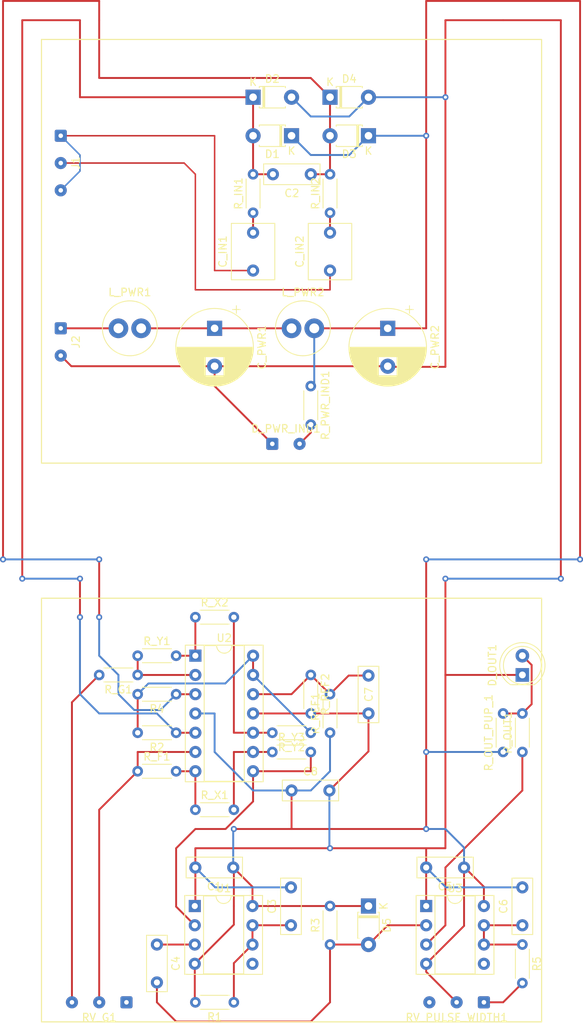
<source format=kicad_pcb>
(kicad_pcb (version 20211014) (generator pcbnew)
  (layers (0 "F.Cu" signal) (31 "B.Cu" signal) (34 "B.Paste" user) (35 "F.Paste" user) (36 "B.SilkS" user "B.Silkscreen") (37 "F.SilkS" user "F.Silkscreen") (38 "B.Mask" user) (39 "F.Mask" user) (44 "Edge.Cuts" user))
  (net 0 "")
  (net 1 "VCC")
  (net 2 "GND")
  (net 3 "Net-(C2-Pad1)")
  (net 4 "Net-(C2-Pad2)")
  (net 5 "Net-(C3-Pad1)")
  (net 6 "Net-(C4-Pad1)")
  (net 7 "Net-(C4-Pad2)")
  (net 8 "Net-(C6-Pad1)")
  (net 9 "Net-(C7-Pad2)")
  (net 10 "/AUDIO-")
  (net 11 "Net-(C_IN1-Pad2)")
  (net 12 "/AUDIO+")
  (net 13 "Net-(C_IN2-Pad2)")
  (net 14 "Net-(C_PWR1-Pad1)")
  (net 15 "Net-(D_OUT1-Pad2)")
  (net 16 "Net-(D_PWR_IND1-Pad2)")
  (net 17 "+12V")
  (net 18 "Net-(R2-Pad2)")
  (net 19 "Net-(R5-Pad2)")
  (net 21 "Net-(RV_G1-Pad2)")
  (net 22 "Net-(RV_G1-Pad3)")
  (net 24 "Net-(R_F1-Pad2)")
  (net 25 "Net-(R_G1-Pad1)")
  (net 26 "/PULSE")
  (net 27 "Net-(R_X1-Pad2)")
  (net 28 "Net-(R_X2-Pad1)")
  (net 29 "Net-(R_X2-Pad2)")
  (net 30 "/SIGNAL")
  (footprint "Capacitor_THT:C_Rect_L7.2mm_W2.5mm_P5.00mm_FKS2_FKP2_MKS2_MKP2" (layer "F.Cu") (at 81.2 134.62 180)
    (fp_text reference "C5" (at 2.5 -2.5) (layer "F.SilkS"))
    (fp_text value "100n")
    (pad "1" thru_hole circle (at 0 0 180) (size 1.6 1.6) (drill 0.8) (layers *.Cu *.Mask) (net 1 "VCC"))
    (pad "2" thru_hole circle (at 5 0 180) (size 1.6 1.6) (drill 0.8) (layers *.Cu *.Mask) (net 2 "GND"))
  )
  (footprint "Capacitor_THT:C_Rect_L7.2mm_W2.5mm_P5.00mm_FKS2_FKP2_MKS2_MKP2" (layer "F.Cu") (at 68.58 114.3 90)
    (fp_text reference "C7" (at 2.5 0.04 90) (layer "F.SilkS"))
    (fp_text value "100n")
    (pad "1" thru_hole circle (at 0 0 90) (size 1.6 1.6) (drill 0.8) (layers *.Cu *.Mask) (net 2 "GND"))
    (pad "2" thru_hole circle (at 5 0 90) (size 1.6 1.6) (drill 0.8) (layers *.Cu *.Mask) (net 9 "Net-(C7-Pad2)"))
  )
  (footprint "Resistor_THT:R_Axial_DIN0204_L3.6mm_D1.6mm_P5.08mm_Horizontal" (layer "F.Cu") (at 60.96 71.12 -90)
    (fp_text reference "R_PWR_IND1" (at 2.54 -1.92 90) (layer "F.SilkS"))
    (fp_text value "1k")
    (pad "1" thru_hole circle (at 0 0 270) (size 1.4 1.4) (drill 0.7) (layers *.Cu *.Mask) (net 1 "VCC"))
    (pad "2" thru_hole oval (at 5.08 0 270) (size 1.4 1.4) (drill 0.7) (layers *.Cu *.Mask) (net 16 "Net-(D_PWR_IND1-Pad2)"))
  )
  (footprint "Resistor_THT:R_Axial_DIN0204_L3.6mm_D1.6mm_P5.08mm_Horizontal" (layer "F.Cu") (at 53.34 48.26 90)
    (fp_text reference "R_IN1" (at 2.54 -1.92 90) (layer "F.SilkS"))
    (fp_text value "10k")
    (pad "1" thru_hole circle (at 0 0 90) (size 1.4 1.4) (drill 0.7) (layers *.Cu *.Mask) (net 11 "Net-(C_IN1-Pad2)"))
    (pad "2" thru_hole oval (at 5.08 0 90) (size 1.4 1.4) (drill 0.7) (layers *.Cu *.Mask) (net 4 "Net-(C2-Pad2)"))
  )
  (footprint "Resistor_THT:R_Axial_DIN0204_L3.6mm_D1.6mm_P5.08mm_Horizontal" (layer "F.Cu") (at 38.1 106.685)
    (fp_text reference "R_Y1" (at 2.54 -1.92) (layer "F.SilkS"))
    (fp_text value "1k")
    (pad "1" thru_hole circle (at 0 0) (size 1.4 1.4) (drill 0.7) (layers *.Cu *.Mask) (net 25 "Net-(R_G1-Pad1)"))
    (pad "2" thru_hole oval (at 5.08 0) (size 1.4 1.4) (drill 0.7) (layers *.Cu *.Mask) (net 28 "Net-(R_X2-Pad1)"))
  )
  (footprint "Resistor_THT:R_Axial_DIN0204_L3.6mm_D1.6mm_P5.08mm_Horizontal" (layer "F.Cu") (at 88.9 119.38 90)
    (fp_text reference "R_OUT1" (at 2.54 -1.92 90) (layer "F.SilkS"))
    (fp_text value "1k")
    (pad "1" thru_hole circle (at 0 0 90) (size 1.4 1.4) (drill 0.7) (layers *.Cu *.Mask) (net 26 "/PULSE"))
    (pad "2" thru_hole oval (at 5.08 0 90) (size 1.4 1.4) (drill 0.7) (layers *.Cu *.Mask) (net 15 "Net-(D_OUT1-Pad2)"))
  )
  (footprint "Package_DIP:DIP-14_W7.62mm_Socket" (layer "F.Cu") (at 45.72 106.68)
    (fp_text reference "U2" (at 3.81 -2.33) (layer "F.SilkS"))
    (fp_text value "TLC274")
    (pad "1" thru_hole rect (at 0 0) (size 1.6 1.6) (drill 0.8) (layers *.Cu *.Mask) (net 28 "Net-(R_X2-Pad1)"))
    (pad "2" thru_hole oval (at 0 2.54) (size 1.6 1.6) (drill 0.8) (layers *.Cu *.Mask) (net 25 "Net-(R_G1-Pad1)"))
    (pad "3" thru_hole oval (at 0 5.08) (size 1.6 1.6) (drill 0.8) (layers *.Cu *.Mask) (net 3 "Net-(C2-Pad1)"))
    (pad "4" thru_hole oval (at 0 7.62) (size 1.6 1.6) (drill 0.8) (layers *.Cu *.Mask) (net 1 "VCC"))
    (pad "5" thru_hole oval (at 0 10.16) (size 1.6 1.6) (drill 0.8) (layers *.Cu *.Mask) (net 4 "Net-(C2-Pad2)"))
    (pad "6" thru_hole oval (at 0 12.7) (size 1.6 1.6) (drill 0.8) (layers *.Cu *.Mask) (net 21 "Net-(RV_G1-Pad2)"))
    (pad "7" thru_hole oval (at 0 15.24) (size 1.6 1.6) (drill 0.8) (layers *.Cu *.Mask) (net 24 "Net-(R_F1-Pad2)"))
    (pad "8" thru_hole oval (at 7.62 15.24) (size 1.6 1.6) (drill 0.8) (layers *.Cu *.Mask) (net 30 "/SIGNAL"))
    (pad "9" thru_hole oval (at 7.62 12.7) (size 1.6 1.6) (drill 0.8) (layers *.Cu *.Mask) (net 27 "Net-(R_X1-Pad2)"))
    (pad "10" thru_hole oval (at 7.62 10.16) (size 1.6 1.6) (drill 0.8) (layers *.Cu *.Mask) (net 29 "Net-(R_X2-Pad2)"))
    (pad "11" thru_hole oval (at 7.62 7.62) (size 1.6 1.6) (drill 0.8) (layers *.Cu *.Mask) (net 2 "GND"))
    (pad "12" thru_hole oval (at 7.62 5.08) (size 1.6 1.6) (drill 0.8) (layers *.Cu *.Mask) (net 9 "Net-(C7-Pad2)"))
    (pad "13" thru_hole oval (at 7.62 2.54) (size 1.6 1.6) (drill 0.8) (layers *.Cu *.Mask) (net 18 "Net-(R2-Pad2)"))
    (pad "14" thru_hole oval (at 7.62 0) (size 1.6 1.6) (drill 0.8) (layers *.Cu *.Mask) (net 18 "Net-(R2-Pad2)"))
  )
  (footprint "Capacitor_THT:C_Rect_L7.2mm_W2.5mm_P5.00mm_FKS2_FKP2_MKS2_MKP2" (layer "F.Cu") (at 60.96 43.18 180)
    (fp_text reference "C2" (at 2.5 -2.5) (layer "F.SilkS"))
    (fp_text value "1n")
    (pad "1" thru_hole circle (at 0 0 180) (size 1.6 1.6) (drill 0.8) (layers *.Cu *.Mask) (net 3 "Net-(C2-Pad1)"))
    (pad "2" thru_hole circle (at 5 0 180) (size 1.6 1.6) (drill 0.8) (layers *.Cu *.Mask) (net 4 "Net-(C2-Pad2)"))
  )
  (footprint "Resistor_THT:R_Axial_DIN0204_L3.6mm_D1.6mm_P5.08mm_Horizontal" (layer "F.Cu") (at 86.36 119.38 90)
    (fp_text reference "R_OUT_PUP_1" (at 2.54 -1.92 90) (layer "F.SilkS"))
    (fp_text value "10k")
    (pad "1" thru_hole circle (at 0 0 90) (size 1.4 1.4) (drill 0.7) (layers *.Cu *.Mask) (net 1 "VCC"))
    (pad "2" thru_hole oval (at 5.08 0 90) (size 1.4 1.4) (drill 0.7) (layers *.Cu *.Mask) (net 15 "Net-(D_OUT1-Pad2)"))
  )
  (footprint "Resistor_THT:R_Axial_DIN0204_L3.6mm_D1.6mm_P5.08mm_Horizontal" (layer "F.Cu") (at 60.96 116.845 180)
    (fp_text reference "R_Y2" (at 2.54 -1.92) (layer "F.SilkS"))
    (fp_text value "1k")
    (pad "1" thru_hole circle (at 0 0 180) (size 1.4 1.4) (drill 0.7) (layers *.Cu *.Mask) (net 18 "Net-(R2-Pad2)"))
    (pad "2" thru_hole oval (at 5.08 0 180) (size 1.4 1.4) (drill 0.7) (layers *.Cu *.Mask) (net 29 "Net-(R_X2-Pad2)"))
  )
  (footprint "Resistor_THT:R_Axial_DIN0204_L3.6mm_D1.6mm_P5.08mm_Horizontal" (layer "F.Cu") (at 43.18 116.845 180)
    (fp_text reference "R2" (at 2.54 -1.92) (layer "F.SilkS"))
    (fp_text value "100k")
    (pad "1" thru_hole circle (at 0 0 180) (size 1.4 1.4) (drill 0.7) (layers *.Cu *.Mask) (net 4 "Net-(C2-Pad2)"))
    (pad "2" thru_hole oval (at 5.08 0 180) (size 1.4 1.4) (drill 0.7) (layers *.Cu *.Mask) (net 18 "Net-(R2-Pad2)"))
  )
  (footprint "Package_DIP:DIP-8_W7.62mm_Socket" (layer "F.Cu") (at 76.2 139.7)
    (fp_text reference "U3" (at 3.81 -2.33) (layer "F.SilkS"))
    (fp_text value "ICM7555xP")
    (pad "1" thru_hole rect (at 0 0) (size 1.6 1.6) (drill 0.8) (layers *.Cu *.Mask) (net 2 "GND"))
    (pad "2" thru_hole oval (at 0 2.54) (size 1.6 1.6) (drill 0.8) (layers *.Cu *.Mask) (net 7 "Net-(C4-Pad2)"))
    (pad "3" thru_hole oval (at 0 5.08) (size 1.6 1.6) (drill 0.8) (layers *.Cu *.Mask) (net 26 "/PULSE"))
    (pad "4" thru_hole oval (at 0 7.62) (size 1.6 1.6) (drill 0.8) (layers *.Cu *.Mask) (net 1 "VCC"))
    (pad "5" thru_hole oval (at 7.62 7.62) (size 1.6 1.6) (drill 0.8) (layers *.Cu *.Mask))
    (pad "6" thru_hole oval (at 7.62 5.08) (size 1.6 1.6) (drill 0.8) (layers *.Cu *.Mask) (net 8 "Net-(C6-Pad1)"))
    (pad "7" thru_hole oval (at 7.62 2.54) (size 1.6 1.6) (drill 0.8) (layers *.Cu *.Mask) (net 8 "Net-(C6-Pad1)"))
    (pad "8" thru_hole oval (at 7.62 0) (size 1.6 1.6) (drill 0.8) (layers *.Cu *.Mask) (net 1 "VCC"))
  )
  (footprint "Package_DIP:DIP-8_W7.62mm_Socket" (layer "F.Cu") (at 45.64 139.7)
    (fp_text reference "U1" (at 3.81 -2.33) (layer "F.SilkS"))
    (fp_text value "ICM7555xP")
    (pad "1" thru_hole rect (at 0 0) (size 1.6 1.6) (drill 0.8) (layers *.Cu *.Mask) (net 2 "GND"))
    (pad "2" thru_hole oval (at 0 2.54) (size 1.6 1.6) (drill 0.8) (layers *.Cu *.Mask) (net 30 "/SIGNAL"))
    (pad "3" thru_hole oval (at 0 5.08) (size 1.6 1.6) (drill 0.8) (layers *.Cu *.Mask) (net 6 "Net-(C4-Pad1)"))
    (pad "4" thru_hole oval (at 0 7.62) (size 1.6 1.6) (drill 0.8) (layers *.Cu *.Mask) (net 1 "VCC"))
    (pad "5" thru_hole oval (at 7.62 7.62) (size 1.6 1.6) (drill 0.8) (layers *.Cu *.Mask))
    (pad "6" thru_hole oval (at 7.62 5.08) (size 1.6 1.6) (drill 0.8) (layers *.Cu *.Mask) (net 5 "Net-(C3-Pad1)"))
    (pad "7" thru_hole oval (at 7.62 2.54) (size 1.6 1.6) (drill 0.8) (layers *.Cu *.Mask) (net 5 "Net-(C3-Pad1)"))
    (pad "8" thru_hole oval (at 7.62 0) (size 1.6 1.6) (drill 0.8) (layers *.Cu *.Mask) (net 1 "VCC"))
  )
  (footprint "Diode_THT:D_T-1_P5.08mm_Horizontal" (layer "F.Cu") (at 68.58 38.1 180)
    (fp_text reference "D3" (at 2.54 -2.42) (layer "F.SilkS"))
    (fp_text value "1N4148")
    (fp_text user "K" (at 0 -2) (layer "F.SilkS"))
    (pad "1" thru_hole rect (at 0 0 180) (size 2 2) (drill 1) (layers *.Cu *.Mask) (net 1 "VCC"))
    (pad "2" thru_hole oval (at 5.08 0 180) (size 2 2) (drill 1) (layers *.Cu *.Mask) (net 3 "Net-(C2-Pad1)"))
  )
  (footprint "Inductor_THT:L_Radial_D7.0mm_P3.00mm" (layer "F.Cu") (at 35.56 63.5)
    (fp_text reference "L_PWR1" (at 1.5 -4.75) (layer "F.SilkS"))
    (fp_text value "2.2m")
    (pad "1" thru_hole circle (at 0 0) (size 2.6 2.6) (drill 1.3) (layers *.Cu *.Mask) (net 17 "+12V"))
    (pad "2" thru_hole circle (at 3 0) (size 2.6 2.6) (drill 1.3) (layers *.Cu *.Mask) (net 14 "Net-(C_PWR1-Pad1)"))
  )
  (footprint "Resistor_THT:R_Axial_DIN0204_L3.6mm_D1.6mm_P5.08mm_Horizontal" (layer "F.Cu") (at 45.72 101.6)
    (fp_text reference "R_X2" (at 2.54 -1.92) (layer "F.SilkS"))
    (fp_text value "100")
    (pad "1" thru_hole circle (at 0 0) (size 1.4 1.4) (drill 0.7) (layers *.Cu *.Mask) (net 28 "Net-(R_X2-Pad1)"))
    (pad "2" thru_hole oval (at 5.08 0) (size 1.4 1.4) (drill 0.7) (layers *.Cu *.Mask) (net 29 "Net-(R_X2-Pad2)"))
  )
  (footprint "Diode_THT:D_T-1_P5.08mm_Horizontal" (layer "F.Cu") (at 53.34 33.02)
    (fp_text reference "D2" (at 2.54 -2.42) (layer "F.SilkS"))
    (fp_text value "1N4148")
    (fp_text user "K" (at 0 -2) (layer "F.SilkS"))
    (pad "1" thru_hole rect (at 0 0) (size 2 2) (drill 1) (layers *.Cu *.Mask) (net 4 "Net-(C2-Pad2)"))
    (pad "2" thru_hole oval (at 5.08 0) (size 2 2) (drill 1) (layers *.Cu *.Mask) (net 2 "GND"))
  )
  (footprint "Resistor_THT:R_Axial_DIN0204_L3.6mm_D1.6mm_P5.08mm_Horizontal" (layer "F.Cu") (at 60.96 109.22 -90)
    (fp_text reference "R_REF2" (at 2.54 -1.92 90) (layer "F.SilkS"))
    (fp_text value "10k")
    (pad "1" thru_hole circle (at 0 0 270) (size 1.4 1.4) (drill 0.7) (layers *.Cu *.Mask) (net 9 "Net-(C7-Pad2)"))
    (pad "2" thru_hole oval (at 5.08 0 270) (size 1.4 1.4) (drill 0.7) (layers *.Cu *.Mask) (net 2 "GND"))
  )
  (footprint "Capacitor_THT:C_Rect_L7.2mm_W2.5mm_P5.00mm_FKS2_FKP2_MKS2_MKP2" (layer "F.Cu") (at 40.64 144.78 -90)
    (fp_text reference "C4" (at 2.5 -2.5 90) (layer "F.SilkS"))
    (fp_text value "1n")
    (pad "1" thru_hole circle (at 0 0 270) (size 1.6 1.6) (drill 0.8) (layers *.Cu *.Mask) (net 6 "Net-(C4-Pad1)"))
    (pad "2" thru_hole circle (at 5 0 270) (size 1.6 1.6) (drill 0.8) (layers *.Cu *.Mask) (net 7 "Net-(C4-Pad2)"))
  )
  (footprint "Capacitor_THT:C_Rect_L7.2mm_W2.5mm_P5.00mm_FKS2_FKP2_MKS2_MKP2" (layer "F.Cu") (at 58.34 142.24 90)
    (fp_text reference "C3" (at 2.5 -2.5 90) (layer "F.SilkS"))
    (fp_text value "1n")
    (pad "1" thru_hole circle (at 0 0 90) (size 1.6 1.6) (drill 0.8) (layers *.Cu *.Mask) (net 5 "Net-(C3-Pad1)"))
    (pad "2" thru_hole circle (at 5 0 90) (size 1.6 1.6) (drill 0.8) (layers *.Cu *.Mask) (net 2 "GND"))
  )
  (footprint "Diode_THT:D_T-1_P5.08mm_Horizontal" (layer "F.Cu") (at 68.58 139.7 -90)
    (fp_text reference "D5" (at 2.54 -2.42 -90) (layer "F.SilkS"))
    (fp_text value "1N4148")
    (fp_text user "K" (at 0 -2 -90) (layer "F.SilkS"))
    (pad "1" thru_hole rect (at 0 0 270) (size 2 2) (drill 1) (layers *.Cu *.Mask) (net 1 "VCC"))
    (pad "2" thru_hole oval (at 5.08 0 270) (size 2 2) (drill 1) (layers *.Cu *.Mask) (net 7 "Net-(C4-Pad2)"))
  )
  (footprint "Resistor_THT:R_Axial_DIN0204_L3.6mm_D1.6mm_P5.08mm_Horizontal" (layer "F.Cu") (at 63.5 144.78 90)
    (fp_text reference "R3" (at 2.54 -1.92 90) (layer "F.SilkS"))
    (fp_text value "1k")
    (pad "1" thru_hole circle (at 0 0 90) (size 1.4 1.4) (drill 0.7) (layers *.Cu *.Mask) (net 7 "Net-(C4-Pad2)"))
    (pad "2" thru_hole oval (at 5.08 0 90) (size 1.4 1.4) (drill 0.7) (layers *.Cu *.Mask) (net 1 "VCC"))
  )
  (footprint "Connector_Wire:SolderWire-0.1sqmm_1x03_P3.6mm_D0.4mm_OD1mm" (layer "F.Cu") (at 83.82 152.4 180)
    (fp_text reference "RV_PULSE_WIDTH1" (at 3.6 -2) (layer "F.SilkS"))
    (fp_text value "10k")
    (pad "1" thru_hole roundrect (at 0 0 180) (size 1.6 1.6) (drill 0.6) (layers *.Cu *.Mask) (roundrect_rratio 0.15625) (net 19 "Net-(R5-Pad2)"))
    (pad "2" thru_hole circle (at 3.6 0 180) (size 1.6 1.6) (drill 0.6) (layers *.Cu *.Mask) (net 1 "VCC"))
    (pad "3" thru_hole circle (at 7.2 0 180) (size 1.6 1.6) (drill 0.6) (layers *.Cu *.Mask))
  )
  (footprint "Resistor_THT:R_Axial_DIN0204_L3.6mm_D1.6mm_P5.08mm_Horizontal" (layer "F.Cu") (at 38.1 109.225 180)
    (fp_text reference "R_G1" (at 2.54 -1.92) (layer "F.SilkS"))
    (fp_text value "100")
    (pad "1" thru_hole circle (at 0 0 180) (size 1.4 1.4) (drill 0.7) (layers *.Cu *.Mask) (net 25 "Net-(R_G1-Pad1)"))
    (pad "2" thru_hole oval (at 5.08 0 180) (size 1.4 1.4) (drill 0.7) (layers *.Cu *.Mask) (net 22 "Net-(RV_G1-Pad3)"))
  )
  (footprint "Capacitor_THT:C_Rect_L7.2mm_W5.5mm_P5.00mm_FKS2_FKP2_MKS2_MKP2" (layer "F.Cu") (at 53.34 55.88 90)
    (fp_text reference "C_IN1" (at 2.5 -4 90) (layer "F.SilkS"))
    (fp_text value "1u")
    (pad "1" thru_hole circle (at 0 0 90) (size 1.6 1.6) (drill 0.8) (layers *.Cu *.Mask) (net 10 "/AUDIO-"))
    (pad "2" thru_hole circle (at 5 0 90) (size 1.6 1.6) (drill 0.8) (layers *.Cu *.Mask) (net 11 "Net-(C_IN1-Pad2)"))
  )
  (footprint "Diode_THT:D_T-1_P5.08mm_Horizontal" (layer "F.Cu") (at 58.42 38.1 180)
    (fp_text reference "D1" (at 2.54 -2.42) (layer "F.SilkS"))
    (fp_text value "1N4148")
    (fp_text user "K" (at 0 -2) (layer "F.SilkS"))
    (pad "1" thru_hole rect (at 0 0 180) (size 2 2) (drill 1) (layers *.Cu *.Mask) (net 1 "VCC"))
    (pad "2" thru_hole oval (at 5.08 0 180) (size 2 2) (drill 1) (layers *.Cu *.Mask) (net 4 "Net-(C2-Pad2)"))
  )
  (footprint "Capacitor_THT:CP_Radial_D10.0mm_P5.00mm" (layer "F.Cu") (at 71.12 63.5 -90)
    (fp_text reference "C_PWR2" (at 2.5 -6.25 90) (layer "F.SilkS"))
    (fp_text value "2200u")
    (pad "1" thru_hole rect (at 0 0 270) (size 2 2) (drill 1) (layers *.Cu *.Mask) (net 1 "VCC"))
    (pad "2" thru_hole circle (at 5 0 270) (size 2 2) (drill 1) (layers *.Cu *.Mask) (net 2 "GND"))
  )
  (footprint "Capacitor_THT:C_Rect_L7.2mm_W5.5mm_P5.00mm_FKS2_FKP2_MKS2_MKP2" (layer "F.Cu") (at 63.5 55.88 90)
    (fp_text reference "C_IN2" (at 2.5 -4 90) (layer "F.SilkS"))
    (fp_text value "1u")
    (pad "1" thru_hole circle (at 0 0 90) (size 1.6 1.6) (drill 0.8) (layers *.Cu *.Mask) (net 12 "/AUDIO+"))
    (pad "2" thru_hole circle (at 5 0 90) (size 1.6 1.6) (drill 0.8) (layers *.Cu *.Mask) (net 13 "Net-(C_IN2-Pad2)"))
  )
  (footprint "Connector_Wire:SolderWire-0.1sqmm_1x03_P3.6mm_D0.4mm_OD1mm" (layer "F.Cu") (at 36.62 152.4 180)
    (fp_text reference "RV_G1" (at 3.6 -2) (layer "F.SilkS"))
    (fp_text value "1k")
    (pad "1" thru_hole roundrect (at 0 0 180) (size 1.6 1.6) (drill 0.6) (layers *.Cu *.Mask) (roundrect_rratio 0.15625))
    (pad "2" thru_hole circle (at 3.6 0 180) (size 1.6 1.6) (drill 0.6) (layers *.Cu *.Mask) (net 21 "Net-(RV_G1-Pad2)"))
    (pad "3" thru_hole circle (at 7.2 0 180) (size 1.6 1.6) (drill 0.6) (layers *.Cu *.Mask) (net 22 "Net-(RV_G1-Pad3)"))
  )
  (footprint "Capacitor_THT:C_Rect_L7.2mm_W2.5mm_P5.00mm_FKS2_FKP2_MKS2_MKP2" (layer "F.Cu") (at 88.9 142.24 90)
    (fp_text reference "C6" (at 2.5 -2.5 90) (layer "F.SilkS"))
    (fp_text value "1n")
    (pad "1" thru_hole circle (at 0 0 90) (size 1.6 1.6) (drill 0.8) (layers *.Cu *.Mask) (net 8 "Net-(C6-Pad1)"))
    (pad "2" thru_hole circle (at 5 0 90) (size 1.6 1.6) (drill 0.8) (layers *.Cu *.Mask) (net 2 "GND"))
  )
  (footprint "Resistor_THT:R_Axial_DIN0204_L3.6mm_D1.6mm_P5.08mm_Horizontal" (layer "F.Cu") (at 88.9 144.78 -90)
    (fp_text reference "R5" (at 2.54 -1.92 90) (layer "F.SilkS"))
    (fp_text value "1k")
    (pad "1" thru_hole circle (at 0 0 270) (size 1.4 1.4) (drill 0.7) (layers *.Cu *.Mask) (net 8 "Net-(C6-Pad1)"))
    (pad "2" thru_hole oval (at 5.08 0 270) (size 1.4 1.4) (drill 0.7) (layers *.Cu *.Mask) (net 19 "Net-(R5-Pad2)"))
  )
  (footprint "Resistor_THT:R_Axial_DIN0204_L3.6mm_D1.6mm_P5.08mm_Horizontal" (layer "F.Cu") (at 43.18 111.765 180)
    (fp_text reference "R4" (at 2.54 -1.92) (layer "F.SilkS"))
    (fp_text value "100k")
    (pad "1" thru_hole circle (at 0 0 180) (size 1.4 1.4) (drill 0.7) (layers *.Cu *.Mask) (net 3 "Net-(C2-Pad1)"))
    (pad "2" thru_hole oval (at 5.08 0 180) (size 1.4 1.4) (drill 0.7) (layers *.Cu *.Mask) (net 18 "Net-(R2-Pad2)"))
  )
  (footprint "Resistor_THT:R_Axial_DIN0204_L3.6mm_D1.6mm_P5.08mm_Horizontal" (layer "F.Cu") (at 45.72 127)
    (fp_text reference "R_X1" (at 2.54 -1.92) (layer "F.SilkS"))
    (fp_text value "100")
    (pad "1" thru_hole circle (at 0 0) (size 1.4 1.4) (drill 0.7) (layers *.Cu *.Mask) (net 24 "Net-(R_F1-Pad2)"))
    (pad "2" thru_hole oval (at 5.08 0) (size 1.4 1.4) (drill 0.7) (layers *.Cu *.Mask) (net 27 "Net-(R_X1-Pad2)"))
  )
  (footprint "Capacitor_THT:CP_Radial_D10.0mm_P5.00mm" (layer "F.Cu") (at 48.26 63.5 -90)
    (fp_text reference "C_PWR1" (at 2.5 -6.25 90) (layer "F.SilkS"))
    (fp_text value "2200u")
    (pad "1" thru_hole rect (at 0 0 270) (size 2 2) (drill 1) (layers *.Cu *.Mask) (net 14 "Net-(C_PWR1-Pad1)"))
    (pad "2" thru_hole circle (at 5 0 270) (size 2 2) (drill 1) (layers *.Cu *.Mask) (net 2 "GND"))
  )
  (footprint "Inductor_THT:L_Radial_D7.0mm_P3.00mm" (layer "F.Cu") (at 58.42 63.5)
    (fp_text reference "L_PWR2" (at 1.5 -4.75) (layer "F.SilkS"))
    (fp_text value "2.2m")
    (pad "1" thru_hole circle (at 0 0) (size 2.6 2.6) (drill 1.3) (layers *.Cu *.Mask) (net 14 "Net-(C_PWR1-Pad1)"))
    (pad "2" thru_hole circle (at 3 0) (size 2.6 2.6) (drill 1.3) (layers *.Cu *.Mask) (net 1 "VCC"))
  )
  (footprint "Resistor_THT:R_Axial_DIN0204_L3.6mm_D1.6mm_P5.08mm_Horizontal" (layer "F.Cu") (at 50.8 152.4 180)
    (fp_text reference "R1" (at 2.54 -1.92) (layer "F.SilkS"))
    (fp_text value "100k")
    (pad "1" thru_hole circle (at 0 0 180) (size 1.4 1.4) (drill 0.7) (layers *.Cu *.Mask) (net 5 "Net-(C3-Pad1)"))
    (pad "2" thru_hole oval (at 5.08 0 180) (size 1.4 1.4) (drill 0.7) (layers *.Cu *.Mask) (net 1 "VCC"))
  )
  (footprint "Connector_Wire:SolderWire-0.1sqmm_1x02_P3.6mm_D0.4mm_OD1mm" (layer "F.Cu") (at 27.94 63.5 -90)
    (fp_text reference "J2" (at 1.8 -2 90) (layer "F.SilkS"))
    (fp_text value "Barrel_Jack")
    (pad "1" thru_hole roundrect (at 0 0 270) (size 1.6 1.6) (drill 0.6) (layers *.Cu *.Mask) (roundrect_rratio 0.15625) (net 17 "+12V"))
    (pad "2" thru_hole circle (at 3.6 0 270) (size 1.6 1.6) (drill 0.6) (layers *.Cu *.Mask) (net 2 "GND"))
  )
  (footprint "Diode_THT:D_T-1_P5.08mm_Horizontal" (layer "F.Cu") (at 63.5 33.02)
    (fp_text reference "D4" (at 2.54 -2.42) (layer "F.SilkS"))
    (fp_text value "1N4148")
    (fp_text user "K" (at 0 -2) (layer "F.SilkS"))
    (pad "1" thru_hole rect (at 0 0) (size 2 2) (drill 1) (layers *.Cu *.Mask) (net 3 "Net-(C2-Pad1)"))
    (pad "2" thru_hole oval (at 5.08 0) (size 2 2) (drill 1) (layers *.Cu *.Mask) (net 2 "GND"))
  )
  (footprint "Resistor_THT:R_Axial_DIN0204_L3.6mm_D1.6mm_P5.08mm_Horizontal" (layer "F.Cu") (at 38.1 121.925)
    (fp_text reference "R_F1" (at 2.54 -1.92) (layer "F.SilkS"))
    (fp_text value "1k")
    (pad "1" thru_hole circle (at 0 0) (size 1.4 1.4) (drill 0.7) (layers *.Cu *.Mask) (net 21 "Net-(RV_G1-Pad2)"))
    (pad "2" thru_hole oval (at 5.08 0) (size 1.4 1.4) (drill 0.7) (layers *.Cu *.Mask) (net 24 "Net-(R_F1-Pad2)"))
  )
  (footprint "Resistor_THT:R_Axial_DIN0204_L3.6mm_D1.6mm_P5.08mm_Horizontal" (layer "F.Cu") (at 55.88 119.385)
    (fp_text reference "R_Y3" (at 2.54 -1.92) (layer "F.SilkS"))
    (fp_text value "1k")
    (pad "1" thru_hole circle (at 0 0) (size 1.4 1.4) (drill 0.7) (layers *.Cu *.Mask) (net 27 "Net-(R_X1-Pad2)"))
    (pad "2" thru_hole oval (at 5.08 0) (size 1.4 1.4) (drill 0.7) (layers *.Cu *.Mask) (net 30 "/SIGNAL"))
  )
  (footprint "Connector_Wire:SolderWire-0.1sqmm_1x03_P3.6mm_D0.4mm_OD1mm" (layer "F.Cu") (at 27.94 38.1 -90)
    (fp_text reference "J1" (at 3.6 -2 90) (layer "F.SilkS"))
    (fp_text value "AudioJack2_SwitchT")
    (pad "1" thru_hole roundrect (at 0 0 270) (size 1.6 1.6) (drill 0.6) (layers *.Cu *.Mask) (roundrect_rratio 0.15625) (net 10 "/AUDIO-"))
    (pad "2" thru_hole circle (at 3.6 0 270) (size 1.6 1.6) (drill 0.6) (layers *.Cu *.Mask) (net 12 "/AUDIO+"))
    (pad "3" thru_hole circle (at 7.2 0 270) (size 1.6 1.6) (drill 0.6) (layers *.Cu *.Mask) (net 10 "/AUDIO-"))
  )
  (footprint "Capacitor_THT:C_Rect_L7.2mm_W2.5mm_P5.00mm_FKS2_FKP2_MKS2_MKP2" (layer "F.Cu") (at 58.42 124.46)
    (fp_text reference "C8" (at 2.5 -2.5) (layer "F.SilkS"))
    (fp_text value "100n")
    (pad "1" thru_hole circle (at 0 0) (size 1.6 1.6) (drill 0.8) (layers *.Cu *.Mask) (net 1 "VCC"))
    (pad "2" thru_hole circle (at 5 0) (size 1.6 1.6) (drill 0.8) (layers *.Cu *.Mask) (net 2 "GND"))
  )
  (footprint "LED_THT:LED_D5.0mm" (layer "F.Cu") (at 88.9 109.22 90)
    (fp_text reference "D_OUT1" (at 1.27 -3.96 90) (layer "F.SilkS"))
    (fp_text value "LED")
    (pad "1" thru_hole rect (at 0 0 90) (size 1.8 1.8) (drill 0.9) (layers *.Cu *.Mask) (net 2 "GND"))
    (pad "2" thru_hole circle (at 2.54 0 90) (size 1.8 1.8) (drill 0.9) (layers *.Cu *.Mask) (net 15 "Net-(D_OUT1-Pad2)"))
  )
  (footprint "Resistor_THT:R_Axial_DIN0204_L3.6mm_D1.6mm_P5.08mm_Horizontal" (layer "F.Cu") (at 63.5 48.26 90)
    (fp_text reference "R_IN2" (at 2.54 -1.92 90) (layer "F.SilkS"))
    (fp_text value "10k")
    (pad "1" thru_hole circle (at 0 0 90) (size 1.4 1.4) (drill 0.7) (layers *.Cu *.Mask) (net 13 "Net-(C_IN2-Pad2)"))
    (pad "2" thru_hole oval (at 5.08 0 90) (size 1.4 1.4) (drill 0.7) (layers *.Cu *.Mask) (net 3 "Net-(C2-Pad1)"))
  )
  (footprint "Capacitor_THT:C_Rect_L7.2mm_W2.5mm_P5.00mm_FKS2_FKP2_MKS2_MKP2" (layer "F.Cu") (at 50.72 134.62 180)
    (fp_text reference "C1" (at 2.5 -2.5) (layer "F.SilkS"))
    (fp_text value "100n")
    (pad "1" thru_hole circle (at 0 0 180) (size 1.6 1.6) (drill 0.8) (layers *.Cu *.Mask) (net 1 "VCC"))
    (pad "2" thru_hole circle (at 5 0 180) (size 1.6 1.6) (drill 0.8) (layers *.Cu *.Mask) (net 2 "GND"))
  )
  (footprint "Resistor_THT:R_Axial_DIN0204_L3.6mm_D1.6mm_P5.08mm_Horizontal" (layer "F.Cu") (at 63.5 116.84 90)
    (fp_text reference "R_REF1" (at 2.54 -1.92 90) (layer "F.SilkS"))
    (fp_text value "10k")
    (pad "1" thru_hole circle (at 0 0 90) (size 1.4 1.4) (drill 0.7) (layers *.Cu *.Mask) (net 1 "VCC"))
    (pad "2" thru_hole oval (at 5.08 0 90) (size 1.4 1.4) (drill 0.7) (layers *.Cu *.Mask) (net 9 "Net-(C7-Pad2)"))
  )
  (footprint "Connector_Wire:SolderWire-0.1sqmm_1x02_P3.6mm_D0.4mm_OD1mm" (layer "F.Cu") (at 55.88 78.74)
    (fp_text reference "D_PWR_IND1" (at 1.8 -2) (layer "F.SilkS"))
    (fp_text value "LED")
    (pad "1" thru_hole roundrect (at 0 0) (size 1.6 1.6) (drill 0.6) (layers *.Cu *.Mask) (roundrect_rratio 0.15625) (net 2 "GND"))
    (pad "2" thru_hole circle (at 3.6 0) (size 1.6 1.6) (drill 0.6) (layers *.Cu *.Mask) (net 16 "Net-(D_PWR_IND1-Pad2)"))
  )
  (gr_rect (start 25.4 99.1) (end 91.44 154.98) (layer "F.SilkS") (width 0.15) (fill none))
  (gr_rect (start 25.4 25.4) (end 91.44 81.28) (layer "F.SilkS") (width 0.15) (fill none))
  (segment (start 53.26 137.16) (end 50.72 134.62) (width 0.25) (layer "F.Cu") (net 1))
  (segment (start 81.2 134.62) (end 81.2 142.32) (width 0.25) (layer "F.Cu") (net 1))
  (segment (start 83.82 139.7) (end 83.82 137.16) (width 0.25) (layer "F.Cu") (net 1))
  (segment (start 81.2 142.32) (end 76.2 147.32) (width 0.25) (layer "F.Cu") (net 1))
  (segment (start 76.2 129.54) (end 50.8 129.54) (width 0.25) (layer "F.Cu") (net 1))
  (segment (start 50.8 142.16) (end 50.8 139.7) (width 0.25) (layer "F.Cu") (net 1))
  (segment (start 45.64 152.32) (end 45.72 152.4) (width 0.25) (layer "F.Cu") (net 1))
  (segment (start 80.22 152.4) (end 76.2 148.38) (width 0.25) (layer "F.Cu") (net 1))
  (segment (start 96.52 20.32) (end 76.2 20.32) (width 0.25) (layer "F.Cu") (net 1))
  (segment (start 76.2 63.5) (end 71.12 63.5) (width 0.25) (layer "F.Cu") (net 1))
  (segment (start 83.82 137.16) (end 81.28 134.62) (width 0.25) (layer "F.Cu") (net 1))
  (segment (start 76.2 148.38) (end 76.2 147.32) (width 0.25) (layer "F.Cu") (net 1))
  (segment (start 76.2 20.32) (end 76.2 38.1) (width 0.25) (layer "F.Cu") (net 1))
  (segment (start 68.58 139.7) (end 63.5 139.7) (width 0.25) (layer "F.Cu") (net 1))
  (segment (start 61.42 63.5) (end 71.12 63.5) (width 0.25) (layer "F.Cu") (net 1))
  (segment (start 63.5 139.7) (end 53.26 139.7) (width 0.25) (layer "F.Cu") (net 1))
  (segment (start 76.2 93.98) (end 76.2 129.54) (width 0.25) (layer "F.Cu") (net 1))
  (segment (start 50.8 139.7) (end 50.8 134.62) (width 0.25) (layer "F.Cu") (net 1))
  (segment (start 45.64 147.32) (end 50.8 142.16) (width 0.25) (layer "F.Cu") (net 1))
  (segment (start 45.64 147.32) (end 45.64 152.32) (width 0.25) (layer "F.Cu") (net 1))
  (segment (start 96.52 93.98) (end 96.52 20.32) (width 0.25) (layer "F.Cu") (net 1))
  (segment (start 53.26 139.7) (end 53.26 137.16) (width 0.25) (layer "F.Cu") (net 1))
  (segment (start 58.42 124.46) (end 58.42 129.54) (width 0.25) (layer "F.Cu") (net 1))
  (segment (start 76.2 38.1) (end 76.2 63.5) (width 0.25) (layer "F.Cu") (net 1))
  (via (at 76.2 93.98) (size 0.8) (drill 0.4) (layers "F.Cu" "B.Cu") (net 1))
  (via (at 76.2 38.1) (size 0.8) (drill 0.4) (layers "F.Cu" "B.Cu") (net 1))
  (via (at 76.2 129.54) (size 0.8) (drill 0.4) (layers "F.Cu" "B.Cu") (net 1))
  (via (at 76.2 119.38) (size 0.8) (drill 0.4) (layers "F.Cu" "B.Cu") (net 1))
  (via (at 96.52 93.98) (size 0.8) (drill 0.4) (layers "F.Cu" "B.Cu") (net 1))
  (via (at 50.8 129.54) (size 0.8) (drill 0.4) (layers "F.Cu" "B.Cu") (net 1))
  (segment (start 58.42 124.46) (end 60.96 124.46) (width 0.25) (layer "B.Cu") (net 1))
  (segment (start 60.96 124.46) (end 63.5 121.92) (width 0.25) (layer "B.Cu") (net 1))
  (segment (start 50.72 134.62) (end 50.72 129.62) (width 0.25) (layer "B.Cu") (net 1))
  (segment (start 78.74 129.54) (end 81.2 132) (width 0.25) (layer "B.Cu") (net 1))
  (segment (start 66.04 40.64) (end 68.58 38.1) (width 0.25) (layer "B.Cu") (net 1))
  (segment (start 76.2 129.54) (end 78.74 129.54) (width 0.25) (layer "B.Cu") (net 1))
  (segment (start 58.42 38.1) (end 60.96 40.64) (width 0.25) (layer "B.Cu") (net 1))
  (segment (start 63.5 116.84) (end 63.5 121.92) (width 0.25) (layer "B.Cu") (net 1))
  (segment (start 60.96 40.64) (end 66.04 40.64) (width 0.25) (layer "B.Cu") (net 1))
  (segment (start 48.26 119.38) (end 48.26 114.3) (width 0.25) (layer "B.Cu") (net 1))
  (segment (start 96.52 93.98) (end 76.2 93.98) (width 0.25) (layer "B.Cu") (net 1))
  (segment (start 58.42 124.46) (end 53.34 124.46) (width 0.25) (layer "B.Cu") (net 1))
  (segment (start 50.72 129.62) (end 50.8 129.54) (width 0.25) (layer "B.Cu") (net 1))
  (segment (start 61.42 63.5) (end 61.42 70.66) (width 0.25) (layer "B.Cu") (net 1))
  (segment (start 81.2 132) (end 81.2 134.62) (width 0.25) (layer "B.Cu") (net 1))
  (segment (start 61.42 70.66) (end 60.96 71.12) (width 0.25) (layer "B.Cu") (net 1))
  (segment (start 68.58 38.1) (end 76.2 38.1) (width 0.25) (layer "B.Cu") (net 1))
  (segment (start 86.36 119.38) (end 76.2 119.38) (width 0.25) (layer "B.Cu") (net 1))
  (segment (start 48.26 114.3) (end 45.72 114.3) (width 0.25) (layer "B.Cu") (net 1))
  (segment (start 53.34 124.46) (end 48.26 119.38) (width 0.25) (layer "B.Cu") (net 1))
  (segment (start 60.96 114.3) (end 68.58 114.3) (width 0.25) (layer "F.Cu") (net 2))
  (segment (start 78.74 96.52) (end 78.74 132.08) (width 0.25) (layer "F.Cu") (net 2))
  (segment (start 68.58 114.3) (end 68.58 119.3) (width 0.25) (layer "F.Cu") (net 2))
  (segment (start 29.34 68.5) (end 27.94 67.1) (width 0.25) (layer "F.Cu") (net 2))
  (segment (start 45.72 132.08) (end 58.42 132.08) (width 0.25) (layer "F.Cu") (net 2))
  (segment (start 68.58 119.3) (end 63.42 124.46) (width 0.25) (layer "F.Cu") (net 2))
  (segment (start 78.74 22.86) (end 78.74 68.58) (width 0.25) (layer "F.Cu") (net 2))
  (segment (start 45.72 139.62) (end 45.64 139.7) (width 0.25) (layer "F.Cu") (net 2))
  (segment (start 86.36 22.86) (end 93.98 22.86) (width 0.25) (layer "F.Cu") (net 2))
  (segment (start 48.26 68.5) (end 29.34 68.5) (width 0.25) (layer "F.Cu") (net 2))
  (segment (start 76.2 134.62) (end 76.2 132.08) (width 0.25) (layer "F.Cu") (net 2))
  (segment (start 48.26 68.5) (end 71.12 68.5) (width 0.25) (layer "F.Cu") (net 2))
  (segment (start 53.34 114.3) (end 60.96 114.3) (width 0.25) (layer "F.Cu") (net 2))
  (segment (start 55.88 78.74) (end 48.26 71.12) (width 0.25) (layer "F.Cu") (net 2))
  (segment (start 58.42 132.08) (end 78.74 132.08) (width 0.25) (layer "F.Cu") (net 2))
  (segment (start 88.9 109.22) (end 78.74 109.22) (width 0.25) (layer "F.Cu") (net 2))
  (segment (start 45.72 134.62) (end 45.72 139.62) (width 0.25) (layer "F.Cu") (net 2))
  (segment (start 76.2 134.62) (end 76.2 139.7) (width 0.25) (layer "F.Cu") (net 2))
  (segment (start 45.72 134.62) (end 45.72 132.08) (width 0.25) (layer "F.Cu") (net 2))
  (segment (start 48.26 71.12) (end 48.26 68.5) (width 0.25) (layer "F.Cu") (net 2))
  (segment (start 86.36 22.86) (end 78.74 22.86) (width 0.25) (layer "F.Cu") (net 2))
  (segment (start 78.74 68.58) (end 71.12 68.58) (width 0.25) (layer "F.Cu") (net 2))
  (segment (start 93.98 22.86) (end 93.98 96.52) (width 0.25) (layer "F.Cu") (net 2))
  (via (at 93.98 96.52) (size 0.8) (drill 0.4) (layers "F.Cu" "B.Cu") (net 2))
  (via (at 78.74 96.52) (size 0.8) (drill 0.4) (layers "F.Cu" "B.Cu") (net 2))
  (via (at 78.74 33.02) (size 0.8) (drill 0.4) (layers "F.Cu" "B.Cu") (net 2))
  (via (at 63.5 132.08) (size 0.8) (drill 0.4) (layers "F.Cu" "B.Cu") (net 2))
  (segment (start 66.04 35.56) (end 68.58 33.02) (width 0.25) (layer "B.Cu") (net 2))
  (segment (start 48.34 137.24) (end 45.72 134.62) (width 0.25) (layer "B.Cu") (net 2))
  (segment (start 60.96 35.56) (end 66.04 35.56) (width 0.25) (layer "B.Cu") (net 2))
  (segment (start 63.42 132) (end 63.5 132.08) (width 0.25) (layer "B.Cu") (net 2))
  (segment (start 63.42 124.46) (end 63.42 132) (width 0.25) (layer "B.Cu") (net 2))
  (segment (start 68.58 33.02) (end 78.74 33.02) (width 0.25) (layer "B.Cu") (net 2))
  (segment (start 88.9 137.24) (end 78.82 137.24) (width 0.25) (layer "B.Cu") (net 2))
  (segment (start 93.98 96.52) (end 78.74 96.52) (width 0.25) (layer "B.Cu") (net 2))
  (segment (start 78.82 137.24) (end 76.2 134.62) (width 0.25) (layer "B.Cu") (net 2))
  (segment (start 58.34 137.24) (end 48.34 137.24) (width 0.25) (layer "B.Cu") (net 2))
  (segment (start 58.42 33.02) (end 60.96 35.56) (width 0.25) (layer "B.Cu") (net 2))
  (segment (start 43.18 111.765) (end 45.715 111.765) (width 0.25) (layer "F.Cu") (net 3))
  (segment (start 33.02 20.32) (end 20.32 20.32) (width 0.25) (layer "F.Cu") (net 3))
  (segment (start 20.32 20.32) (end 20.32 93.98) (width 0.25) (layer "F.Cu") (net 3))
  (segment (start 63.5 43.18) (end 63.5 38.1) (width 0.25) (layer "F.Cu") (net 3))
  (segment (start 63.5 43.18) (end 60.96 43.18) (width 0.25) (layer "F.Cu") (net 3))
  (segment (start 63.5 33.02) (end 63.5 38.1) (width 0.25) (layer "F.Cu") (net 3))
  (segment (start 33.02 93.98) (end 33.02 101.6) (width 0.25) (layer "F.Cu") (net 3))
  (segment (start 60.96 30.48) (end 33.02 30.48) (width 0.25) (layer "F.Cu") (net 3))
  (segment (start 45.715 111.765) (end 45.72 111.76) (width 0.25) (layer "F.Cu") (net 3))
  (segment (start 33.02 30.48) (end 33.02 22.86) (width 0.25) (layer "F.Cu") (net 3))
  (segment (start 33.02 22.86) (end 33.02 20.32) (width 0.25) (layer "F.Cu") (net 3))
  (segment (start 63.5 33.02) (end 60.96 30.48) (width 0.25) (layer "F.Cu") (net 3))
  (via (at 20.32 93.98) (size 0.8) (drill 0.4) (layers "F.Cu" "B.Cu") (net 3))
  (via (at 33.02 93.98) (size 0.8) (drill 0.4) (layers "F.Cu" "B.Cu") (net 3))
  (via (at 33.02 101.6) (size 0.8) (drill 0.4) (layers "F.Cu" "B.Cu") (net 3))
  (segment (start 20.32 93.98) (end 33.02 93.98) (width 0.25) (layer "B.Cu") (net 3))
  (segment (start 41.09452 113.85048) (end 43.18 111.765) (width 0.25) (layer "B.Cu") (net 3))
  (segment (start 35.56 111.76) (end 37.65048 113.85048) (width 0.25) (layer "B.Cu") (net 3))
  (segment (start 35.56 109.22) (end 35.56 111.76) (width 0.25) (layer "B.Cu") (net 3))
  (segment (start 33.02 101.6) (end 33.02 106.68) (width 0.25) (layer "B.Cu") (net 3))
  (segment (start 37.65048 113.85048) (end 41.09452 113.85048) (width 0.25) (layer "B.Cu") (net 3))
  (segment (start 33.02 106.68) (end 35.56 109.22) (width 0.25) (layer "B.Cu") (net 3))
  (segment (start 53.34 33.02) (end 30.48 33.02) (width 0.25) (layer "F.Cu") (net 4))
  (segment (start 55.96 43.18) (end 53.34 43.18) (width 0.25) (layer "F.Cu") (net 4))
  (segment (start 43.18 116.845) (end 45.715 116.845) (width 0.25) (layer "F.Cu") (net 4))
  (segment (start 53.34 33.02) (end 53.34 38.1) (width 0.25) (layer "F.Cu") (net 4))
  (segment (start 30.48 22.86) (end 22.86 22.86) (width 0.25) (layer "F.Cu") (net 4))
  (segment (start 30.48 96.52) (end 30.48 101.6) (width 0.25) (layer "F.Cu") (net 4))
  (segment (start 53.34 38.1) (end 53.34 43.18) (width 0.25) (layer "F.Cu") (net 4))
  (segment (start 45.715 116.845) (end 45.72 116.84) (width 0.25) (layer "F.Cu") (net 4))
  (segment (start 30.48 33.02) (end 30.48 22.86) (width 0.25) (layer "F.Cu") (net 4))
  (segment (start 22.86 22.86) (end 22.86 96.52) (width 0.25) (layer "F.Cu") (net 4))
  (via (at 30.48 101.6) (size 0.8) (drill 0.4) (layers "F.Cu" "B.Cu") (net 4))
  (via (at 30.48 96.52) (size 0.8) (drill 0.4) (layers "F.Cu" "B.Cu") (net 4))
  (via (at 22.86 96.52) (size 0.8) (drill 0.4) (layers "F.Cu" "B.Cu") (net 4))
  (segment (start 22.86 96.52) (end 30.48 96.52) (width 0.25) (layer "B.Cu") (net 4))
  (segment (start 30.48 101.6) (end 30.48 111.76) (width 0.25) (layer "B.Cu") (net 4))
  (segment (start 40.635 114.3) (end 43.18 116.845) (width 0.25) (layer "B.Cu") (net 4))
  (segment (start 30.48 111.76) (end 33.02 114.3) (width 0.25) (layer "B.Cu") (net 4))
  (segment (start 33.02 114.3) (end 40.635 114.3) (width 0.25) (layer "B.Cu") (net 4))
  (segment (start 50.8 152.4) (end 50.8 147.24) (width 0.25) (layer "F.Cu") (net 5))
  (segment (start 50.8 147.24) (end 53.26 144.78) (width 0.25) (layer "F.Cu") (net 5))
  (segment (start 53.26 142.24) (end 53.26 144.78) (width 0.25) (layer "F.Cu") (net 5))
  (segment (start 53.26 142.24) (end 58.34 142.24) (width 0.25) (layer "F.Cu") (net 5))
  (segment (start 40.64 144.78) (end 45.64 144.78) (width 0.25) (layer "F.Cu") (net 6))
  (segment (start 60.96 154.94) (end 63.5 152.4) (width 0.25) (layer "F.Cu") (net 7))
  (segment (start 63.5 152.4) (end 63.5 144.78) (width 0.25) (layer "F.Cu") (net 7))
  (segment (start 40.64 152.4) (end 43.18 154.94) (width 0.25) (layer "F.Cu") (net 7))
  (segment (start 40.64 149.78) (end 40.64 152.4) (width 0.25) (layer "F.Cu") (net 7))
  (segment (start 68.58 144.78) (end 63.5 144.78) (width 0.25) (layer "F.Cu") (net 7))
  (segment (start 76.2 142.24) (end 71.12 142.24) (width 0.25) (layer "F.Cu") (net 7))
  (segment (start 71.12 142.24) (end 68.58 144.78) (width 0.25) (layer "F.Cu") (net 7))
  (segment (start 43.18 154.94) (end 60.96 154.94) (width 0.25) (layer "F.Cu") (net 7))
  (segment (start 88.9 144.78) (end 83.82 144.78) (width 0.25) (layer "F.Cu") (net 8))
  (segment (start 83.82 144.78) (end 83.82 142.24) (width 0.25) (layer "F.Cu") (net 8))
  (segment (start 83.82 142.24) (end 88.9 142.24) (width 0.25) (layer "F.Cu") (net 8))
  (segment (start 68.58 109.3) (end 65.96 109.3) (width 0.25) (layer "F.Cu") (net 9))
  (segment (start 60.96 109.22) (end 58.42 111.76) (width 0.25) (layer "F.Cu") (net 9))
  (segment (start 60.96 109.22) (end 63.5 111.76) (width 0.25) (layer "F.Cu") (net 9))
  (segment (start 65.96 109.3) (end 63.5 111.76) (width 0.25) (layer "F.Cu") (net 9))
  (segment (start 58.42 111.76) (end 53.34 111.76) (width 0.25) (layer "F.Cu") (net 9))
  (segment (start 48.26 38.1) (end 27.94 38.1) (width 0.2) (layer "F.Cu") (net 10))
  (segment (start 53.34 55.88) (end 48.26 55.88) (width 0.2) (layer "F.Cu") (net 10))
  (segment (start 48.26 55.88) (end 48.26 38.1) (width 0.2) (layer "F.Cu") (net 10))
  (segment (start 30.48 42.76) (end 27.94 45.3) (width 0.2) (layer "B.Cu") (net 10))
  (segment (start 27.94 38.1) (end 30.48 40.64) (width 0.2) (layer "B.Cu") (net 10))
  (segment (start 30.48 40.64) (end 30.48 42.76) (width 0.2) (layer "B.Cu") (net 10))
  (segment (start 53.34 48.26) (end 53.34 50.88) (width 0.25) (layer "F.Cu") (net 11))
  (segment (start 45.72 43.18) (end 44.24 41.7) (width 0.2) (layer "F.Cu") (net 12))
  (segment (start 45.72 58.42) (end 45.72 43.18) (width 0.2) (layer "F.Cu") (net 12))
  (segment (start 63.5 55.88) (end 63.5 58.42) (width 0.2) (layer "F.Cu") (net 12))
  (segment (start 44.24 41.7) (end 27.94 41.7) (width 0.2) (layer "F.Cu") (net 12))
  (segment (start 63.5 58.42) (end 45.72 58.42) (width 0.2) (layer "F.Cu") (net 12))
  (segment (start 63.5 48.26) (end 63.5 50.88) (width 0.25) (layer "F.Cu") (net 13))
  (segment (start 38.56 63.5) (end 48.26 63.5) (width 0.25) (layer "F.Cu") (net 14))
  (segment (start 48.26 63.5) (end 58.42 63.5) (width 0.25) (layer "F.Cu") (net 14))
  (segment (start 90.124511 113.075489) (end 90.124511 107.904511) (width 0.25) (layer "F.Cu") (net 15))
  (segment (start 90.124511 107.904511) (end 88.9 106.68) (width 0.25) (layer "F.Cu") (net 15))
  (segment (start 88.9 114.3) (end 86.36 114.3) (width 0.25) (layer "F.Cu") (net 15))
  (segment (start 88.9 114.3) (end 90.124511 113.075489) (width 0.25) (layer "F.Cu") (net 15))
  (segment (start 60.96 77.26) (end 59.48 78.74) (width 0.25) (layer "F.Cu") (net 16))
  (segment (start 60.96 76.2) (end 60.96 77.26) (width 0.25) (layer "F.Cu") (net 16))
  (segment (start 27.94 63.5) (end 35.56 63.5) (width 0.25) (layer "F.Cu") (net 17))
  (segment (start 38.1 111.765) (end 38.1 116.845) (width 0.25) (layer "F.Cu") (net 18))
  (segment (start 53.34 106.68) (end 53.34 109.22) (width 0.25) (layer "F.Cu") (net 18))
  (segment (start 38.1 111.765) (end 39.520489 110.344511) (width 0.25) (layer "B.Cu") (net 18))
  (segment (start 53.34 109.22) (end 60.96 116.84) (width 0.25) (layer "B.Cu") (net 18))
  (segment (start 49.675489 110.344511) (end 53.34 106.68) (width 0.25) (layer "B.Cu") (net 18))
  (segment (start 39.520489 110.344511) (end 49.675489 110.344511) (width 0.25) (layer "B.Cu") (net 18))
  (segment (start 60.96 116.84) (end 60.96 116.845) (width 0.25) (layer "B.Cu") (net 18))
  (segment (start 86.36 152.4) (end 83.82 152.4) (width 0.25) (layer "F.Cu") (net 19))
  (segment (start 88.9 149.86) (end 86.36 152.4) (width 0.25) (layer "F.Cu") (net 19))
  (segment (start 38.1 121.925) (end 35.565 124.46) (width 0.25) (layer "F.Cu") (net 21))
  (segment (start 38.105 119.38) (end 45.72 119.38) (width 0.25) (layer "F.Cu") (net 21))
  (segment (start 35.56 124.46) (end 33.02 127) (width 0.25) (layer "F.Cu") (net 21))
  (segment (start 38.1 119.385) (end 38.105 119.38) (width 0.25) (layer "F.Cu") (net 21))
  (segment (start 33.02 127) (end 33.02 152.4) (width 0.25) (layer "F.Cu") (net 21))
  (segment (start 38.1 121.925) (end 38.1 119.385) (width 0.25) (layer "F.Cu") (net 21))
  (segment (start 35.565 124.46) (end 35.56 124.46) (width 0.25) (layer "F.Cu") (net 21))
  (segment (start 33.02 109.225) (end 29.42 112.825) (width 0.25) (layer "F.Cu") (net 22))
  (segment (start 29.42 112.825) (end 29.42 152.4) (width 0.25) (layer "F.Cu") (net 22))
  (segment (start 45.715 121.925) (end 45.72 121.92) (width 0.25) (layer "F.Cu") (net 24))
  (segment (start 43.18 121.925) (end 45.715 121.925) (width 0.25) (layer "F.Cu") (net 24))
  (segment (start 45.72 127) (end 45.72 121.92) (width 0.25) (layer "F.Cu") (net 24))
  (segment (start 38.1 109.225) (end 45.715 109.225) (width 0.25) (layer "F.Cu") (net 25))
  (segment (start 38.1 106.685) (end 38.1 109.225) (width 0.25) (layer "F.Cu") (net 25))
  (segment (start 45.715 109.225) (end 45.72 109.22) (width 0.25) (layer "F.Cu") (net 25))
  (segment (start 78.74 134.62) (end 88.9 124.46) (width 0.25) (layer "F.Cu") (net 26))
  (segment (start 76.2 144.78) (end 78.74 142.24) (width 0.25) (layer "F.Cu") (net 26))
  (segment (start 88.9 124.46) (end 88.9 119.38) (width 0.25) (layer "F.Cu") (net 26))
  (segment (start 78.74 142.24) (end 78.74 134.62) (width 0.25) (layer "F.Cu") (net 26))
  (segment (start 50.8 127) (end 50.8 119.385) (width 0.25) (layer "F.Cu") (net 27))
  (segment (start 50.8 119.385) (end 50.805 119.38) (width 0.25) (layer "F.Cu") (net 27))
  (segment (start 50.805 119.38) (end 53.34 119.38) (width 0.25) (layer "F.Cu") (net 27))
  (segment (start 55.875 119.38) (end 55.88 119.385) (width 0.25) (layer "F.Cu") (net 27))
  (segment (start 53.34 119.38) (end 55.875 119.38) (width 0.25) (layer "F.Cu") (net 27))
  (segment (start 45.715 106.685) (end 45.72 106.68) (width 0.25) (layer "F.Cu") (net 28))
  (segment (start 45.72 101.6) (end 45.72 106.68) (width 0.25) (layer "F.Cu") (net 28))
  (segment (start 43.18 106.685) (end 45.715 106.685) (width 0.25) (layer "F.Cu") (net 28))
  (segment (start 53.34 116.84) (end 55.875 116.84) (width 0.25) (layer "F.Cu") (net 29))
  (segment (start 50.805 116.84) (end 53.34 116.84) (width 0.25) (layer "F.Cu") (net 29))
  (segment (start 55.875 116.84) (end 55.88 116.845) (width 0.25) (layer "F.Cu") (net 29))
  (segment (start 50.805 116.84) (end 50.8 116.835) (width 0.25) (layer "F.Cu") (net 29))
  (segment (start 50.8 116.835) (end 50.8 101.6) (width 0.25) (layer "F.Cu") (net 29))
  (segment (start 45.72 129.54) (end 43.18 132.08) (width 0.25) (layer "F.Cu") (net 30))
  (segment (start 43.18 132.08) (end 43.18 139.78) (width 0.25) (layer "F.Cu") (net 30))
  (segment (start 49.708878 129.54) (end 45.72 129.54) (width 0.25) (layer "F.Cu") (net 30))
  (segment (start 60.96 119.385) (end 60.96 121.925) (width 0.25) (layer "F.Cu") (net 30))
  (segment (start 53.34 121.92) (end 53.34 125.908878) (width 0.25) (layer "F.Cu") (net 30))
  (segment (start 53.34 125.908878) (end 49.708878 129.54) (width 0.25) (layer "F.Cu") (net 30))
  (segment (start 60.955 121.92) (end 53.34 121.92) (width 0.25) (layer "F.Cu") (net 30))
  (segment (start 60.96 121.925) (end 60.955 121.92) (width 0.25) (layer "F.Cu") (net 30))
  (segment (start 43.18 139.78) (end 45.64 142.24) (width 0.25) (layer "F.Cu") (net 30))
)
</source>
